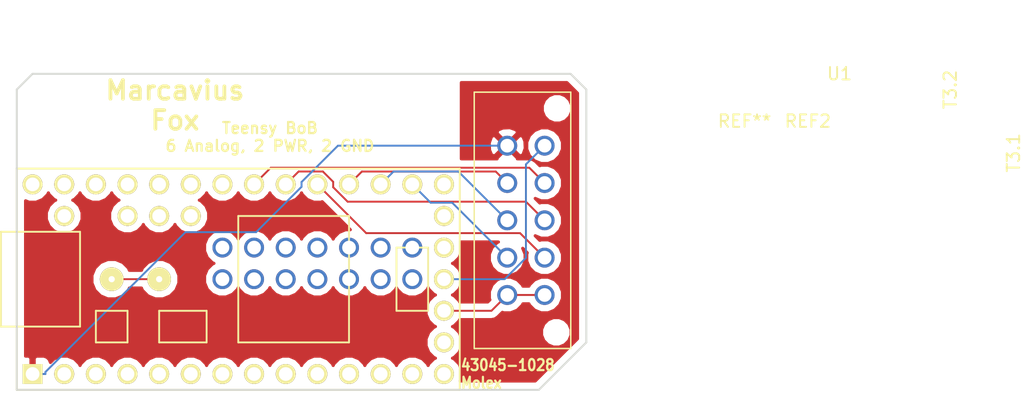
<source format=kicad_pcb>
(kicad_pcb (version 4) (host pcbnew 4.0.7)

  (general
    (links 11)
    (no_connects 0)
    (area 0 0 0 0)
    (thickness 1.6)
    (drawings 11)
    (tracks 38)
    (zones 0)
    (modules 4)
    (nets 53)
  )

  (page A4)
  (layers
    (0 F.Cu signal)
    (31 B.Cu signal)
    (32 B.Adhes user)
    (33 F.Adhes user)
    (34 B.Paste user)
    (35 F.Paste user)
    (36 B.SilkS user)
    (37 F.SilkS user)
    (38 B.Mask user)
    (39 F.Mask user)
    (40 Dwgs.User user)
    (41 Cmts.User user)
    (42 Eco1.User user)
    (43 Eco2.User user)
    (44 Edge.Cuts user)
    (45 Margin user)
    (46 B.CrtYd user)
    (47 F.CrtYd user)
    (48 B.Fab user)
    (49 F.Fab user)
  )

  (setup
    (last_trace_width 0.1524)
    (trace_clearance 0.1524)
    (zone_clearance 0.508)
    (zone_45_only no)
    (trace_min 0.1524)
    (segment_width 0.2)
    (edge_width 0.15)
    (via_size 0.6858)
    (via_drill 0.3302)
    (via_min_size 0.6858)
    (via_min_drill 0.3302)
    (uvia_size 0.6858)
    (uvia_drill 0.3302)
    (uvias_allowed no)
    (uvia_min_size 0)
    (uvia_min_drill 0)
    (pcb_text_width 0.3)
    (pcb_text_size 1.5 1.5)
    (mod_edge_width 0.15)
    (mod_text_size 1 1)
    (mod_text_width 0.15)
    (pad_size 1.524 1.524)
    (pad_drill 0.762)
    (pad_to_mask_clearance 0.2)
    (aux_axis_origin 0 0)
    (visible_elements FFFFFF7F)
    (pcbplotparams
      (layerselection 0x00030_80000001)
      (usegerberextensions false)
      (excludeedgelayer true)
      (linewidth 0.100000)
      (plotframeref false)
      (viasonmask false)
      (mode 1)
      (useauxorigin false)
      (hpglpennumber 1)
      (hpglpenspeed 20)
      (hpglpendiameter 15)
      (hpglpenoverlay 2)
      (psnegative false)
      (psa4output false)
      (plotreference true)
      (plotvalue true)
      (plotinvisibletext false)
      (padsonsilk false)
      (subtractmaskfromsilk false)
      (outputformat 1)
      (mirror false)
      (drillshape 1)
      (scaleselection 1)
      (outputdirectory ""))
  )

  (net 0 "")
  (net 1 "Net-(J1-Pad1)")
  (net 2 "Net-(J1-Pad2)")
  (net 3 "Net-(J1-Pad3)")
  (net 4 "Net-(J1-Pad4)")
  (net 5 "Net-(J1-Pad5)")
  (net 6 "Net-(J1-Pad7)")
  (net 7 "Net-(J1-Pad8)")
  (net 8 "Net-(J1-Pad9)")
  (net 9 "Net-(J1-Pad10)")
  (net 10 "Net-(U1-Pad18)")
  (net 11 "Net-(U1-Pad19)")
  (net 12 "Net-(U1-Pad20)")
  (net 13 "Net-(U1-Pad15)")
  (net 14 "Net-(U1-Pad14)")
  (net 15 "Net-(U1-Pad27)")
  (net 16 "Net-(U1-Pad28)")
  (net 17 "Net-(U1-Pad29)")
  (net 18 "Net-(U1-Pad30)")
  (net 19 "Net-(U1-Pad31)")
  (net 20 "Net-(U1-Pad32)")
  (net 21 "Net-(U1-Pad33)")
  (net 22 "Net-(U1-Pad34)")
  (net 23 "Net-(U1-Pad35)")
  (net 24 "Net-(U1-Pad36)")
  (net 25 "Net-(U1-Pad37)")
  (net 26 "Net-(U1-Pad13)")
  (net 27 "Net-(U1-Pad12)")
  (net 28 "Net-(U1-Pad11)")
  (net 29 "Net-(U1-Pad10)")
  (net 30 "Net-(U1-Pad9)")
  (net 31 "Net-(U1-Pad8)")
  (net 32 "Net-(U1-Pad7)")
  (net 33 "Net-(U1-Pad6)")
  (net 34 "Net-(U1-Pad5)")
  (net 35 "Net-(U1-Pad4)")
  (net 36 "Net-(U1-Pad3)")
  (net 37 "Net-(U1-Pad2)")
  (net 38 "Net-(U1-Pad38)")
  (net 39 "Net-(U1-Pad39)")
  (net 40 "Net-(U1-Pad40)")
  (net 41 "Net-(U1-Pad41)")
  (net 42 "Net-(U1-Pad42)")
  (net 43 "Net-(U1-Pad43)")
  (net 44 "Net-(U1-Pad44)")
  (net 45 "Net-(U1-Pad45)")
  (net 46 "Net-(U1-Pad46)")
  (net 47 "Net-(U1-Pad47)")
  (net 48 "Net-(U1-Pad48)")
  (net 49 "Net-(U1-Pad49)")
  (net 50 "Net-(U1-Pad50)")
  (net 51 "Net-(U1-Pad51)")
  (net 52 "Net-(U1-Pad52)")

  (net_class Default "This is the default net class."
    (clearance 0.1524)
    (trace_width 0.1524)
    (via_dia 0.6858)
    (via_drill 0.3302)
    (uvia_dia 0.6858)
    (uvia_drill 0.3302)
    (add_net "Net-(J1-Pad1)")
    (add_net "Net-(J1-Pad10)")
    (add_net "Net-(J1-Pad2)")
    (add_net "Net-(J1-Pad3)")
    (add_net "Net-(J1-Pad4)")
    (add_net "Net-(J1-Pad5)")
    (add_net "Net-(J1-Pad7)")
    (add_net "Net-(J1-Pad8)")
    (add_net "Net-(J1-Pad9)")
    (add_net "Net-(U1-Pad10)")
    (add_net "Net-(U1-Pad11)")
    (add_net "Net-(U1-Pad12)")
    (add_net "Net-(U1-Pad13)")
    (add_net "Net-(U1-Pad14)")
    (add_net "Net-(U1-Pad15)")
    (add_net "Net-(U1-Pad18)")
    (add_net "Net-(U1-Pad19)")
    (add_net "Net-(U1-Pad2)")
    (add_net "Net-(U1-Pad20)")
    (add_net "Net-(U1-Pad27)")
    (add_net "Net-(U1-Pad28)")
    (add_net "Net-(U1-Pad29)")
    (add_net "Net-(U1-Pad3)")
    (add_net "Net-(U1-Pad30)")
    (add_net "Net-(U1-Pad31)")
    (add_net "Net-(U1-Pad32)")
    (add_net "Net-(U1-Pad33)")
    (add_net "Net-(U1-Pad34)")
    (add_net "Net-(U1-Pad35)")
    (add_net "Net-(U1-Pad36)")
    (add_net "Net-(U1-Pad37)")
    (add_net "Net-(U1-Pad38)")
    (add_net "Net-(U1-Pad39)")
    (add_net "Net-(U1-Pad4)")
    (add_net "Net-(U1-Pad40)")
    (add_net "Net-(U1-Pad41)")
    (add_net "Net-(U1-Pad42)")
    (add_net "Net-(U1-Pad43)")
    (add_net "Net-(U1-Pad44)")
    (add_net "Net-(U1-Pad45)")
    (add_net "Net-(U1-Pad46)")
    (add_net "Net-(U1-Pad47)")
    (add_net "Net-(U1-Pad48)")
    (add_net "Net-(U1-Pad49)")
    (add_net "Net-(U1-Pad5)")
    (add_net "Net-(U1-Pad50)")
    (add_net "Net-(U1-Pad51)")
    (add_net "Net-(U1-Pad52)")
    (add_net "Net-(U1-Pad6)")
    (add_net "Net-(U1-Pad7)")
    (add_net "Net-(U1-Pad8)")
    (add_net "Net-(U1-Pad9)")
  )

  (module Connectors_Molex:Molex_Microfit3_Header_02x05_Straight_43045-1028 (layer F.Cu) (tedit 5A7BC720) (tstamp 5A7BC4DD)
    (at 193.04 100.33 270)
    (descr "Microfit3 Header Straight 02x05 43045-1028")
    (tags "connector Microfit 02x05 header straight 3mm")
    (path /5A7BC25F)
    (fp_text reference J1 (at -1.27 31.75 270) (layer F.SilkS)
      (effects (font (size 1 1) (thickness 0.15)))
    )
    (fp_text value Conn_02x05_Top_Bottom (at 0 -24.13 360) (layer F.Fab)
      (effects (font (size 1 1) (thickness 0.15)))
    )
    (fp_line (start 4.5 2.85) (end 4.5 -5.3) (layer F.CrtYd) (width 0.05))
    (fp_line (start 4.5 2.85) (end -16.5 2.85) (layer F.CrtYd) (width 0.05))
    (fp_line (start -16.5 2.85) (end -16.5 -5.3) (layer F.CrtYd) (width 0.05))
    (fp_line (start 4.5 -5.3) (end -16.5 -5.3) (layer F.CrtYd) (width 0.05))
    (fp_line (start 4.3 2.65) (end 4.3 -5.1) (layer F.SilkS) (width 0.12))
    (fp_line (start -16.3 2.65) (end -16.3 -5.1) (layer F.SilkS) (width 0.12))
    (fp_line (start 4.3 2.65) (end -16.3 2.65) (layer F.SilkS) (width 0.12))
    (fp_line (start 4.3 -5.1) (end -16.3 -5.1) (layer F.SilkS) (width 0.12))
    (pad "" np_thru_hole circle (at -15 -4 270) (size 1.1 1.1) (drill 1.1) (layers *.Cu *.Mask))
    (pad 1 thru_hole circle (at 0 0 270) (size 1.6 1.6) (drill 1.1) (layers *.Cu *.Mask)
      (net 1 "Net-(J1-Pad1)"))
    (pad 2 thru_hole circle (at -3 0 270) (size 1.6 1.6) (drill 1.1) (layers *.Cu *.Mask)
      (net 2 "Net-(J1-Pad2)"))
    (pad 3 thru_hole circle (at -6 0 270) (size 1.6 1.6) (drill 1.1) (layers *.Cu *.Mask)
      (net 3 "Net-(J1-Pad3)"))
    (pad 4 thru_hole circle (at -9 0 270) (size 1.6 1.6) (drill 1.1) (layers *.Cu *.Mask)
      (net 4 "Net-(J1-Pad4)"))
    (pad 5 thru_hole circle (at -12 0 270) (size 1.6 1.6) (drill 1.1) (layers *.Cu *.Mask)
      (net 5 "Net-(J1-Pad5)"))
    (pad 6 thru_hole circle (at 0 -3 270) (size 1.6 1.6) (drill 1.1) (layers *.Cu *.Mask)
      (net 1 "Net-(J1-Pad1)"))
    (pad 7 thru_hole circle (at -3 -3 270) (size 1.6 1.6) (drill 1.1) (layers *.Cu *.Mask)
      (net 6 "Net-(J1-Pad7)"))
    (pad 8 thru_hole circle (at -6 -3 270) (size 1.6 1.6) (drill 1.1) (layers *.Cu *.Mask)
      (net 7 "Net-(J1-Pad8)"))
    (pad 9 thru_hole circle (at -9 -3 270) (size 1.6 1.6) (drill 1.1) (layers *.Cu *.Mask)
      (net 8 "Net-(J1-Pad9)"))
    (pad 10 thru_hole circle (at -12 -3 270) (size 1.6 1.6) (drill 1.1) (layers *.Cu *.Mask)
      (net 9 "Net-(J1-Pad10)"))
    (pad "" np_thru_hole circle (at 3 -3.94 270) (size 1.1 1.1) (drill 1.1) (layers *.Cu *.Mask))
    (model ${KISYS3DMOD}/Connectors_Molex.3dshapes/Molex_Microfit3_Header_02x05_Straight_43045-1028.wrl
      (at (xyz 0 0 0))
      (scale (xyz 1 1 1))
      (rotate (xyz 0 0 0))
    )
  )

  (module Teensy_Footprints:Teensy30_31_32_LC (layer F.Cu) (tedit 5A7BC537) (tstamp 5A7BC516)
    (at 171.45 99.06)
    (path /5A7BC22D)
    (fp_text reference U1 (at 48.26 -16.51) (layer F.SilkS)
      (effects (font (size 1 1) (thickness 0.15)))
    )
    (fp_text value Teensy3.2 (at 58.42 -21.59) (layer F.Fab)
      (effects (font (size 1 1) (thickness 0.15)))
    )
    (fp_text user T3.2 (at 57.15 -15.24 90) (layer F.SilkS)
      (effects (font (size 1 1) (thickness 0.15)))
    )
    (fp_text user T3.1 (at 62.23 -10.16 90) (layer F.SilkS)
      (effects (font (size 1 1) (thickness 0.15)))
    )
    (fp_line (start -17.78 3.81) (end -19.05 3.81) (layer F.SilkS) (width 0.15))
    (fp_line (start -19.05 3.81) (end -19.05 -3.81) (layer F.SilkS) (width 0.15))
    (fp_line (start -19.05 -3.81) (end -17.78 -3.81) (layer F.SilkS) (width 0.15))
    (fp_line (start -6.35 5.08) (end -2.54 5.08) (layer F.SilkS) (width 0.15))
    (fp_line (start -2.54 5.08) (end -2.54 2.54) (layer F.SilkS) (width 0.15))
    (fp_line (start -2.54 2.54) (end -6.35 2.54) (layer F.SilkS) (width 0.15))
    (fp_line (start -6.35 2.54) (end -6.35 5.08) (layer F.SilkS) (width 0.15))
    (fp_line (start -12.7 3.81) (end -12.7 -3.81) (layer F.SilkS) (width 0.15))
    (fp_line (start -12.7 -3.81) (end -17.78 -3.81) (layer F.SilkS) (width 0.15))
    (fp_line (start -12.7 3.81) (end -17.78 3.81) (layer F.SilkS) (width 0.15))
    (fp_line (start -11.43 5.08) (end -8.89 5.08) (layer F.SilkS) (width 0.15))
    (fp_line (start -8.89 5.08) (end -8.89 2.54) (layer F.SilkS) (width 0.15))
    (fp_line (start -8.89 2.54) (end -11.43 2.54) (layer F.SilkS) (width 0.15))
    (fp_line (start -11.43 2.54) (end -11.43 5.08) (layer F.SilkS) (width 0.15))
    (fp_line (start 15.24 -2.54) (end 15.24 2.54) (layer F.SilkS) (width 0.15))
    (fp_line (start 15.24 2.54) (end 12.7 2.54) (layer F.SilkS) (width 0.15))
    (fp_line (start 12.7 2.54) (end 12.7 -2.54) (layer F.SilkS) (width 0.15))
    (fp_line (start 12.7 -2.54) (end 15.24 -2.54) (layer F.SilkS) (width 0.15))
    (fp_line (start 8.89 5.08) (end 8.89 -5.08) (layer F.SilkS) (width 0.15))
    (fp_line (start 0 -5.08) (end 0 5.08) (layer F.SilkS) (width 0.15))
    (fp_line (start 8.89 -5.08) (end 0 -5.08) (layer F.SilkS) (width 0.15))
    (fp_line (start 8.89 5.08) (end 0 5.08) (layer F.SilkS) (width 0.15))
    (fp_line (start -17.78 -8.89) (end 17.78 -8.89) (layer F.SilkS) (width 0.15))
    (fp_line (start 17.78 -8.89) (end 17.78 8.89) (layer F.SilkS) (width 0.15))
    (fp_line (start 17.78 8.89) (end -17.78 8.89) (layer F.SilkS) (width 0.15))
    (fp_line (start -17.78 8.89) (end -17.78 -8.89) (layer F.SilkS) (width 0.15))
    (pad 17 thru_hole circle (at 16.51 0) (size 1.6 1.6) (drill 1.1) (layers *.Cu *.Mask F.SilkS)
      (net 9 "Net-(J1-Pad10)"))
    (pad 18 thru_hole circle (at 16.51 -2.54) (size 1.6 1.6) (drill 1.1) (layers *.Cu *.Mask F.SilkS)
      (net 10 "Net-(U1-Pad18)"))
    (pad 19 thru_hole circle (at 16.51 -5.08) (size 1.6 1.6) (drill 1.1) (layers *.Cu *.Mask F.SilkS)
      (net 11 "Net-(U1-Pad19)"))
    (pad 20 thru_hole circle (at 16.51 -7.62) (size 1.6 1.6) (drill 1.1) (layers *.Cu *.Mask F.SilkS)
      (net 12 "Net-(U1-Pad20)"))
    (pad 16 thru_hole circle (at 16.51 2.54) (size 1.6 1.6) (drill 1.1) (layers *.Cu *.Mask F.SilkS)
      (net 1 "Net-(J1-Pad1)"))
    (pad 15 thru_hole circle (at 16.51 5.08) (size 1.6 1.6) (drill 1.1) (layers *.Cu *.Mask F.SilkS)
      (net 13 "Net-(U1-Pad15)"))
    (pad 14 thru_hole circle (at 16.51 7.62) (size 1.6 1.6) (drill 1.1) (layers *.Cu *.Mask F.SilkS)
      (net 14 "Net-(U1-Pad14)"))
    (pad 21 thru_hole circle (at 13.97 -7.62) (size 1.6 1.6) (drill 1.1) (layers *.Cu *.Mask F.SilkS)
      (net 2 "Net-(J1-Pad2)"))
    (pad 22 thru_hole circle (at 11.43 -7.62) (size 1.6 1.6) (drill 1.1) (layers *.Cu *.Mask F.SilkS)
      (net 3 "Net-(J1-Pad3)"))
    (pad 23 thru_hole circle (at 8.89 -7.62) (size 1.6 1.6) (drill 1.1) (layers *.Cu *.Mask F.SilkS)
      (net 4 "Net-(J1-Pad4)"))
    (pad 24 thru_hole circle (at 6.35 -7.62) (size 1.6 1.6) (drill 1.1) (layers *.Cu *.Mask F.SilkS)
      (net 6 "Net-(J1-Pad7)"))
    (pad 25 thru_hole circle (at 3.81 -7.62) (size 1.6 1.6) (drill 1.1) (layers *.Cu *.Mask F.SilkS)
      (net 7 "Net-(J1-Pad8)"))
    (pad 26 thru_hole circle (at 1.27 -7.62) (size 1.6 1.6) (drill 1.1) (layers *.Cu *.Mask F.SilkS)
      (net 8 "Net-(J1-Pad9)"))
    (pad 27 thru_hole circle (at -1.27 -7.62) (size 1.6 1.6) (drill 1.1) (layers *.Cu *.Mask F.SilkS)
      (net 15 "Net-(U1-Pad27)"))
    (pad 28 thru_hole circle (at -3.81 -7.62) (size 1.6 1.6) (drill 1.1) (layers *.Cu *.Mask F.SilkS)
      (net 16 "Net-(U1-Pad28)"))
    (pad 29 thru_hole circle (at -6.35 -7.62) (size 1.6 1.6) (drill 1.1) (layers *.Cu *.Mask F.SilkS)
      (net 17 "Net-(U1-Pad29)"))
    (pad 30 thru_hole circle (at -8.89 -7.62) (size 1.6 1.6) (drill 1.1) (layers *.Cu *.Mask F.SilkS)
      (net 18 "Net-(U1-Pad30)"))
    (pad 31 thru_hole circle (at -11.43 -7.62) (size 1.6 1.6) (drill 1.1) (layers *.Cu *.Mask F.SilkS)
      (net 19 "Net-(U1-Pad31)"))
    (pad 32 thru_hole circle (at -13.97 -7.62) (size 1.6 1.6) (drill 1.1) (layers *.Cu *.Mask F.SilkS)
      (net 20 "Net-(U1-Pad32)"))
    (pad 33 thru_hole circle (at -16.51 -7.62) (size 1.6 1.6) (drill 1.1) (layers *.Cu *.Mask F.SilkS)
      (net 21 "Net-(U1-Pad33)"))
    (pad 34 thru_hole circle (at -13.97 -5.08) (size 1.6 1.6) (drill 1.1) (layers *.Cu *.Mask F.SilkS)
      (net 22 "Net-(U1-Pad34)"))
    (pad 35 thru_hole circle (at -8.89 -5.08) (size 1.6 1.6) (drill 1.1) (layers *.Cu *.Mask F.SilkS)
      (net 23 "Net-(U1-Pad35)"))
    (pad 36 thru_hole circle (at -6.35 -5.08) (size 1.6 1.6) (drill 1.1) (layers *.Cu *.Mask F.SilkS)
      (net 24 "Net-(U1-Pad36)"))
    (pad 37 thru_hole circle (at -3.81 -5.08) (size 1.6 1.6) (drill 1.1) (layers *.Cu *.Mask F.SilkS)
      (net 25 "Net-(U1-Pad37)"))
    (pad 13 thru_hole circle (at 13.97 7.62) (size 1.6 1.6) (drill 1.1) (layers *.Cu *.Mask F.SilkS)
      (net 26 "Net-(U1-Pad13)"))
    (pad 12 thru_hole circle (at 11.43 7.62) (size 1.6 1.6) (drill 1.1) (layers *.Cu *.Mask F.SilkS)
      (net 27 "Net-(U1-Pad12)"))
    (pad 11 thru_hole circle (at 8.89 7.62) (size 1.6 1.6) (drill 1.1) (layers *.Cu *.Mask F.SilkS)
      (net 28 "Net-(U1-Pad11)"))
    (pad 10 thru_hole circle (at 6.35 7.62) (size 1.6 1.6) (drill 1.1) (layers *.Cu *.Mask F.SilkS)
      (net 29 "Net-(U1-Pad10)"))
    (pad 9 thru_hole circle (at 3.81 7.62) (size 1.6 1.6) (drill 1.1) (layers *.Cu *.Mask F.SilkS)
      (net 30 "Net-(U1-Pad9)"))
    (pad 8 thru_hole circle (at 1.27 7.62) (size 1.6 1.6) (drill 1.1) (layers *.Cu *.Mask F.SilkS)
      (net 31 "Net-(U1-Pad8)"))
    (pad 7 thru_hole circle (at -1.27 7.62) (size 1.6 1.6) (drill 1.1) (layers *.Cu *.Mask F.SilkS)
      (net 32 "Net-(U1-Pad7)"))
    (pad 6 thru_hole circle (at -3.81 7.62) (size 1.6 1.6) (drill 1.1) (layers *.Cu *.Mask F.SilkS)
      (net 33 "Net-(U1-Pad6)"))
    (pad 5 thru_hole circle (at -6.35 7.62) (size 1.6 1.6) (drill 1.1) (layers *.Cu *.Mask F.SilkS)
      (net 34 "Net-(U1-Pad5)"))
    (pad 4 thru_hole circle (at -8.89 7.62) (size 1.6 1.6) (drill 1.1) (layers *.Cu *.Mask F.SilkS)
      (net 35 "Net-(U1-Pad4)"))
    (pad 3 thru_hole circle (at -11.43 7.62) (size 1.6 1.6) (drill 1.1) (layers *.Cu *.Mask F.SilkS)
      (net 36 "Net-(U1-Pad3)"))
    (pad 2 thru_hole circle (at -13.97 7.62) (size 1.6 1.6) (drill 1.1) (layers *.Cu *.Mask F.SilkS)
      (net 37 "Net-(U1-Pad2)"))
    (pad 1 thru_hole rect (at -16.51 7.62) (size 1.6 1.6) (drill 1.1) (layers *.Cu *.Mask F.SilkS)
      (net 5 "Net-(J1-Pad5)"))
    (pad 38 thru_hole circle (at -1.27 0) (size 1.6 1.6) (drill 1.1) (layers *.Cu *.Mask)
      (net 38 "Net-(U1-Pad38)"))
    (pad 39 thru_hole circle (at 1.27 0) (size 1.6 1.6) (drill 1.1) (layers *.Cu *.Mask)
      (net 39 "Net-(U1-Pad39)"))
    (pad 40 thru_hole circle (at 3.81 0) (size 1.6 1.6) (drill 1.1) (layers *.Cu *.Mask)
      (net 40 "Net-(U1-Pad40)"))
    (pad 41 thru_hole circle (at 6.35 0) (size 1.6 1.6) (drill 1.1) (layers *.Cu *.Mask)
      (net 41 "Net-(U1-Pad41)"))
    (pad 42 thru_hole circle (at 8.89 0) (size 1.6 1.6) (drill 1.1) (layers *.Cu *.Mask)
      (net 42 "Net-(U1-Pad42)"))
    (pad 43 thru_hole circle (at 11.43 0) (size 1.6 1.6) (drill 1.1) (layers *.Cu *.Mask)
      (net 43 "Net-(U1-Pad43)"))
    (pad 44 thru_hole circle (at 13.97 0) (size 1.6 1.6) (drill 1.1) (layers *.Cu *.Mask)
      (net 44 "Net-(U1-Pad44)"))
    (pad 45 thru_hole circle (at 13.97 -2.54) (size 1.6 1.6) (drill 1.1) (layers *.Cu *.Mask)
      (net 45 "Net-(U1-Pad45)"))
    (pad 46 thru_hole circle (at 11.43 -2.54) (size 1.6 1.6) (drill 1.1) (layers *.Cu *.Mask)
      (net 46 "Net-(U1-Pad46)"))
    (pad 47 thru_hole circle (at 8.89 -2.54) (size 1.6 1.6) (drill 1.1) (layers *.Cu *.Mask)
      (net 47 "Net-(U1-Pad47)"))
    (pad 48 thru_hole circle (at 6.35 -2.54) (size 1.6 1.6) (drill 1.1) (layers *.Cu *.Mask)
      (net 48 "Net-(U1-Pad48)"))
    (pad 49 thru_hole circle (at 3.81 -2.54) (size 1.6 1.6) (drill 1.1) (layers *.Cu *.Mask)
      (net 49 "Net-(U1-Pad49)"))
    (pad 50 thru_hole circle (at 1.27 -2.54) (size 1.6 1.6) (drill 1.1) (layers *.Cu *.Mask)
      (net 50 "Net-(U1-Pad50)"))
    (pad 51 thru_hole circle (at -1.27 -2.54) (size 1.6 1.6) (drill 1.1) (layers *.Cu *.Mask)
      (net 51 "Net-(U1-Pad51)"))
    (pad 52 thru_hole circle (at -6.35 0) (size 1.9 1.9) (drill 0.5) (layers *.Cu *.Mask F.SilkS)
      (net 52 "Net-(U1-Pad52)"))
    (pad 52 thru_hole circle (at -10.16 0) (size 1.9 1.9) (drill 0.5) (layers *.Cu *.Mask F.SilkS)
      (net 52 "Net-(U1-Pad52)"))
  )

  (module Mounting_Holes:MountingHole_3.2mm_M3 (layer F.Cu) (tedit 5A7BC9CA) (tstamp 5A7BC708)
    (at 157.48 86.36)
    (descr "Mounting Hole 3.2mm, no annular, M3")
    (tags "mounting hole 3.2mm no annular m3")
    (attr virtual)
    (fp_text reference REF** (at 54.61 0) (layer F.SilkS)
      (effects (font (size 1 1) (thickness 0.15)))
    )
    (fp_text value MountingHole_3.2mm_M3 (at 62.23 10.16) (layer F.Fab)
      (effects (font (size 1 1) (thickness 0.15)))
    )
    (fp_text user %R (at 48.26 -2.54) (layer F.Fab)
      (effects (font (size 1 1) (thickness 0.15)))
    )
    (fp_circle (center 0 0) (end 3.2 0) (layer Cmts.User) (width 0.15))
    (fp_circle (center 0 0) (end 3.45 0) (layer F.CrtYd) (width 0.05))
    (pad 1 np_thru_hole circle (at 0 0) (size 3.2 3.2) (drill 3.2) (layers *.Cu *.Mask))
  )

  (module Mounting_Holes:MountingHole_3.2mm_M3 (layer F.Cu) (tedit 5A7BC9C0) (tstamp 5A7BC709)
    (at 185.42 86.36)
    (descr "Mounting Hole 3.2mm, no annular, M3")
    (tags "mounting hole 3.2mm no annular m3")
    (attr virtual)
    (fp_text reference REF2 (at 31.75 0) (layer F.SilkS)
      (effects (font (size 1 1) (thickness 0.15)))
    )
    (fp_text value MountingHole_3.2mm_M3 (at 31.75 6.35) (layer F.Fab)
      (effects (font (size 1 1) (thickness 0.15)))
    )
    (fp_text user %R (at 0 0) (layer F.Fab)
      (effects (font (size 1 1) (thickness 0.15)))
    )
    (fp_circle (center 0 0) (end 3.2 0) (layer Cmts.User) (width 0.15))
    (fp_circle (center 0 0) (end 3.45 0) (layer F.CrtYd) (width 0.05))
    (pad 1 np_thru_hole circle (at 0 0) (size 3.2 3.2) (drill 3.2) (layers *.Cu *.Mask))
  )

  (gr_text "43045-1028\nMolex\n" (at 189.23 106.68) (layer F.SilkS)
    (effects (font (size 0.889 0.762) (thickness 0.1778)) (justify left))
  )
  (gr_text "Teensy BoB\n6 Analog, 2 PWR, 2 GND" (at 173.99 87.63) (layer F.SilkS)
    (effects (font (size 0.889 0.889) (thickness 0.1778)))
  )
  (gr_text "Marcavius\nFox" (at 166.37 85.09) (layer F.SilkS)
    (effects (font (size 1.5 1.5) (thickness 0.3)))
  )
  (gr_line (start 154.94 82.55) (end 198.12 82.55) (angle 90) (layer Edge.Cuts) (width 0.15))
  (gr_line (start 153.67 83.82) (end 154.94 82.55) (angle 90) (layer Edge.Cuts) (width 0.15))
  (gr_line (start 153.67 90.17) (end 153.67 83.82) (angle 90) (layer Edge.Cuts) (width 0.15))
  (gr_line (start 153.67 107.95) (end 153.67 90.17) (angle 90) (layer Edge.Cuts) (width 0.15))
  (gr_line (start 195.58 107.95) (end 153.67 107.95) (angle 90) (layer Edge.Cuts) (width 0.15))
  (gr_line (start 199.39 104.14) (end 195.58 107.95) (angle 90) (layer Edge.Cuts) (width 0.15))
  (gr_line (start 199.39 83.82) (end 199.39 104.14) (angle 90) (layer Edge.Cuts) (width 0.15))
  (gr_line (start 198.12 82.55) (end 199.39 83.82) (angle 90) (layer Edge.Cuts) (width 0.15))

  (segment (start 196.04 100.33) (end 193.04 100.33) (width 0.1524) (layer F.Cu) (net 1))
  (segment (start 191.77 101.6) (end 193.04 100.33) (width 0.1524) (layer F.Cu) (net 1))
  (segment (start 187.96 101.6) (end 191.77 101.6) (width 0.1524) (layer F.Cu) (net 1))
  (segment (start 188.6209 92.9109) (end 193.04 97.33) (width 0.1524) (layer B.Cu) (net 2))
  (segment (start 186.8909 92.9109) (end 188.6209 92.9109) (width 0.1524) (layer B.Cu) (net 2))
  (segment (start 185.42 91.44) (end 186.8909 92.9109) (width 0.1524) (layer B.Cu) (net 2))
  (segment (start 189.119 90.409) (end 193.04 94.33) (width 0.1524) (layer B.Cu) (net 3))
  (segment (start 183.911 90.409) (end 189.119 90.409) (width 0.1524) (layer B.Cu) (net 3))
  (segment (start 182.88 91.44) (end 183.911 90.409) (width 0.1524) (layer B.Cu) (net 3))
  (segment (start 192.1174 90.4074) (end 193.04 91.33) (width 0.1524) (layer F.Cu) (net 4))
  (segment (start 181.3726 90.4074) (end 192.1174 90.4074) (width 0.1524) (layer F.Cu) (net 4))
  (segment (start 180.34 91.44) (end 181.3726 90.4074) (width 0.1524) (layer F.Cu) (net 4))
  (segment (start 155.9689 106.5227) (end 155.9689 106.68) (width 0.1524) (layer B.Cu) (net 5))
  (segment (start 167.2109 95.2807) (end 155.9689 106.5227) (width 0.1524) (layer B.Cu) (net 5))
  (segment (start 172.882 95.2807) (end 167.2109 95.2807) (width 0.1524) (layer B.Cu) (net 5))
  (segment (start 176.5301 91.6326) (end 172.882 95.2807) (width 0.1524) (layer B.Cu) (net 5))
  (segment (start 176.5301 91.2523) (end 176.5301 91.6326) (width 0.1524) (layer B.Cu) (net 5))
  (segment (start 179.4524 88.33) (end 176.5301 91.2523) (width 0.1524) (layer B.Cu) (net 5))
  (segment (start 193.04 88.33) (end 179.4524 88.33) (width 0.1524) (layer B.Cu) (net 5))
  (segment (start 154.94 106.68) (end 155.9689 106.68) (width 0.1524) (layer B.Cu) (net 5))
  (segment (start 194.069 95.359) (end 196.04 97.33) (width 0.1524) (layer F.Cu) (net 6))
  (segment (start 181.719 95.359) (end 194.069 95.359) (width 0.1524) (layer F.Cu) (net 6))
  (segment (start 177.8 91.44) (end 181.719 95.359) (width 0.1524) (layer F.Cu) (net 6))
  (segment (start 194.54 92.83) (end 196.04 94.33) (width 0.1524) (layer F.Cu) (net 7))
  (segment (start 180.229 92.83) (end 194.54 92.83) (width 0.1524) (layer F.Cu) (net 7))
  (segment (start 179.07 91.671) (end 180.229 92.83) (width 0.1524) (layer F.Cu) (net 7))
  (segment (start 179.07 91.2375) (end 179.07 91.671) (width 0.1524) (layer F.Cu) (net 7))
  (segment (start 178.2372 90.4047) (end 179.07 91.2375) (width 0.1524) (layer F.Cu) (net 7))
  (segment (start 176.2953 90.4047) (end 178.2372 90.4047) (width 0.1524) (layer F.Cu) (net 7))
  (segment (start 175.26 91.44) (end 176.2953 90.4047) (width 0.1524) (layer F.Cu) (net 7))
  (segment (start 194.8095 90.0995) (end 196.04 91.33) (width 0.1524) (layer F.Cu) (net 8))
  (segment (start 174.0605 90.0995) (end 194.8095 90.0995) (width 0.1524) (layer F.Cu) (net 8))
  (segment (start 172.72 91.44) (end 174.0605 90.0995) (width 0.1524) (layer F.Cu) (net 8))
  (segment (start 194.54 89.83) (end 196.04 88.33) (width 0.1524) (layer B.Cu) (net 9))
  (segment (start 194.54 97.3486) (end 194.54 89.83) (width 0.1524) (layer B.Cu) (net 9))
  (segment (start 192.8286 99.06) (end 194.54 97.3486) (width 0.1524) (layer B.Cu) (net 9))
  (segment (start 187.96 99.06) (end 192.8286 99.06) (width 0.1524) (layer B.Cu) (net 9))
  (segment (start 161.29 99.06) (end 165.1 99.06) (width 0.1524) (layer F.Cu) (net 52))

  (zone (net 5) (net_name "Net-(J1-Pad5)") (layer F.Cu) (tstamp 5A7BCB40) (hatch edge 0.508)
    (connect_pads (clearance 0.508))
    (min_thickness 0.254)
    (fill yes (arc_segments 16) (thermal_gap 0.508) (thermal_bridge_width 0.508))
    (polygon
      (pts
        (xy 199.39 83.82) (xy 199.39 104.14) (xy 195.58 107.95) (xy 153.67 107.95) (xy 153.67 90.17)
        (xy 189.23 90.17) (xy 189.23 82.55) (xy 198.12 82.55)
      )
    )
    (filled_polygon
      (pts
        (xy 198.68 84.114092) (xy 198.68 103.845908) (xy 195.285908 107.24) (xy 189.281262 107.24) (xy 189.39475 106.966691)
        (xy 189.395248 106.395813) (xy 189.177243 105.8682) (xy 188.773923 105.464176) (xy 188.643785 105.410138) (xy 188.7718 105.357243)
        (xy 189.175824 104.953923) (xy 189.39475 104.426691) (xy 189.395248 103.855813) (xy 189.274954 103.564677) (xy 195.794794 103.564677)
        (xy 195.97482 104.000372) (xy 196.307875 104.334009) (xy 196.743255 104.514794) (xy 197.214677 104.515206) (xy 197.650372 104.33518)
        (xy 197.984009 104.002125) (xy 198.164794 103.566745) (xy 198.165206 103.095323) (xy 197.98518 102.659628) (xy 197.652125 102.325991)
        (xy 197.216745 102.145206) (xy 196.745323 102.144794) (xy 196.309628 102.32482) (xy 195.975991 102.657875) (xy 195.795206 103.093255)
        (xy 195.794794 103.564677) (xy 189.274954 103.564677) (xy 189.177243 103.3282) (xy 188.773923 102.924176) (xy 188.643785 102.870138)
        (xy 188.7718 102.817243) (xy 189.175824 102.413923) (xy 189.218478 102.3112) (xy 191.77 102.3112) (xy 192.042165 102.257063)
        (xy 192.272894 102.102894) (xy 192.652781 101.723007) (xy 192.753309 101.76475) (xy 193.324187 101.765248) (xy 193.8518 101.547243)
        (xy 194.255824 101.143923) (xy 194.298478 101.0412) (xy 194.78119 101.0412) (xy 194.822757 101.1418) (xy 195.226077 101.545824)
        (xy 195.753309 101.76475) (xy 196.324187 101.765248) (xy 196.8518 101.547243) (xy 197.255824 101.143923) (xy 197.47475 100.616691)
        (xy 197.475248 100.045813) (xy 197.257243 99.5182) (xy 196.853923 99.114176) (xy 196.326691 98.89525) (xy 195.755813 98.894752)
        (xy 195.2282 99.112757) (xy 194.824176 99.516077) (xy 194.781522 99.6188) (xy 194.29881 99.6188) (xy 194.257243 99.5182)
        (xy 193.853923 99.114176) (xy 193.326691 98.89525) (xy 192.755813 98.894752) (xy 192.2282 99.112757) (xy 191.824176 99.516077)
        (xy 191.60525 100.043309) (xy 191.604752 100.614187) (xy 191.647227 100.716985) (xy 191.475412 100.8888) (xy 189.21881 100.8888)
        (xy 189.177243 100.7882) (xy 188.773923 100.384176) (xy 188.643785 100.330138) (xy 188.7718 100.277243) (xy 189.175824 99.873923)
        (xy 189.39475 99.346691) (xy 189.395248 98.775813) (xy 189.177243 98.2482) (xy 188.773923 97.844176) (xy 188.643785 97.790138)
        (xy 188.7718 97.737243) (xy 189.175824 97.333923) (xy 189.39475 96.806691) (xy 189.395248 96.235813) (xy 189.326818 96.0702)
        (xy 192.331196 96.0702) (xy 192.2282 96.112757) (xy 191.824176 96.516077) (xy 191.60525 97.043309) (xy 191.604752 97.614187)
        (xy 191.822757 98.1418) (xy 192.226077 98.545824) (xy 192.753309 98.76475) (xy 193.324187 98.765248) (xy 193.8518 98.547243)
        (xy 194.255824 98.143923) (xy 194.47475 97.616691) (xy 194.475248 97.045813) (xy 194.281769 96.577557) (xy 194.646993 96.942781)
        (xy 194.60525 97.043309) (xy 194.604752 97.614187) (xy 194.822757 98.1418) (xy 195.226077 98.545824) (xy 195.753309 98.76475)
        (xy 196.324187 98.765248) (xy 196.8518 98.547243) (xy 197.255824 98.143923) (xy 197.47475 97.616691) (xy 197.475248 97.045813)
        (xy 197.257243 96.5182) (xy 196.853923 96.114176) (xy 196.326691 95.89525) (xy 195.755813 95.894752) (xy 195.653015 95.937227)
        (xy 195.286845 95.571057) (xy 195.753309 95.76475) (xy 196.324187 95.765248) (xy 196.8518 95.547243) (xy 197.255824 95.143923)
        (xy 197.47475 94.616691) (xy 197.475248 94.045813) (xy 197.257243 93.5182) (xy 196.853923 93.114176) (xy 196.326691 92.89525)
        (xy 195.755813 92.894752) (xy 195.653015 92.937227) (xy 195.286845 92.571057) (xy 195.753309 92.76475) (xy 196.324187 92.765248)
        (xy 196.8518 92.547243) (xy 197.255824 92.143923) (xy 197.47475 91.616691) (xy 197.475248 91.045813) (xy 197.257243 90.5182)
        (xy 196.853923 90.114176) (xy 196.326691 89.89525) (xy 195.755813 89.894752) (xy 195.653015 89.937227) (xy 195.312394 89.596606)
        (xy 195.25333 89.55714) (xy 195.753309 89.76475) (xy 196.324187 89.765248) (xy 196.8518 89.547243) (xy 197.255824 89.143923)
        (xy 197.47475 88.616691) (xy 197.475248 88.045813) (xy 197.257243 87.5182) (xy 196.853923 87.114176) (xy 196.326691 86.89525)
        (xy 195.755813 86.894752) (xy 195.2282 87.112757) (xy 194.824176 87.516077) (xy 194.60525 88.043309) (xy 194.604752 88.614187)
        (xy 194.822757 89.1418) (xy 195.205411 89.525122) (xy 195.081665 89.442437) (xy 194.8095 89.3883) (xy 193.852911 89.3883)
        (xy 193.868139 89.337745) (xy 193.04 88.509605) (xy 192.211861 89.337745) (xy 192.227089 89.3883) (xy 189.357 89.3883)
        (xy 189.357 88.113223) (xy 191.593035 88.113223) (xy 191.620222 88.683454) (xy 191.786136 89.084005) (xy 192.032255 89.158139)
        (xy 192.860395 88.33) (xy 193.219605 88.33) (xy 194.047745 89.158139) (xy 194.293864 89.084005) (xy 194.486965 88.546777)
        (xy 194.459778 87.976546) (xy 194.293864 87.575995) (xy 194.047745 87.501861) (xy 193.219605 88.33) (xy 192.860395 88.33)
        (xy 192.032255 87.501861) (xy 191.786136 87.575995) (xy 191.593035 88.113223) (xy 189.357 88.113223) (xy 189.357 87.322255)
        (xy 192.211861 87.322255) (xy 193.04 88.150395) (xy 193.868139 87.322255) (xy 193.794005 87.076136) (xy 193.256777 86.883035)
        (xy 192.686546 86.910222) (xy 192.285995 87.076136) (xy 192.211861 87.322255) (xy 189.357 87.322255) (xy 189.357 85.564677)
        (xy 195.854794 85.564677) (xy 196.03482 86.000372) (xy 196.367875 86.334009) (xy 196.803255 86.514794) (xy 197.274677 86.515206)
        (xy 197.710372 86.33518) (xy 198.044009 86.002125) (xy 198.224794 85.566745) (xy 198.225206 85.095323) (xy 198.04518 84.659628)
        (xy 197.712125 84.325991) (xy 197.276745 84.145206) (xy 196.805323 84.144794) (xy 196.369628 84.32482) (xy 196.035991 84.657875)
        (xy 195.855206 85.093255) (xy 195.854794 85.564677) (xy 189.357 85.564677) (xy 189.357 83.26) (xy 197.825908 83.26)
      )
    )
    (filled_polygon
      (pts
        (xy 176.582757 92.2518) (xy 176.986077 92.655824) (xy 177.513309 92.87475) (xy 178.084187 92.875248) (xy 178.186985 92.832773)
        (xy 180.439299 95.085087) (xy 180.055813 95.084752) (xy 179.5282 95.302757) (xy 179.124176 95.706077) (xy 179.070138 95.836215)
        (xy 179.017243 95.7082) (xy 178.613923 95.304176) (xy 178.086691 95.08525) (xy 177.515813 95.084752) (xy 176.9882 95.302757)
        (xy 176.584176 95.706077) (xy 176.530138 95.836215) (xy 176.477243 95.7082) (xy 176.073923 95.304176) (xy 175.546691 95.08525)
        (xy 174.975813 95.084752) (xy 174.4482 95.302757) (xy 174.044176 95.706077) (xy 173.990138 95.836215) (xy 173.937243 95.7082)
        (xy 173.533923 95.304176) (xy 173.006691 95.08525) (xy 172.435813 95.084752) (xy 171.9082 95.302757) (xy 171.504176 95.706077)
        (xy 171.450138 95.836215) (xy 171.397243 95.7082) (xy 170.993923 95.304176) (xy 170.466691 95.08525) (xy 169.895813 95.084752)
        (xy 169.3682 95.302757) (xy 168.964176 95.706077) (xy 168.74525 96.233309) (xy 168.744752 96.804187) (xy 168.962757 97.3318)
        (xy 169.366077 97.735824) (xy 169.496215 97.789862) (xy 169.3682 97.842757) (xy 168.964176 98.246077) (xy 168.74525 98.773309)
        (xy 168.744752 99.344187) (xy 168.962757 99.8718) (xy 169.366077 100.275824) (xy 169.893309 100.49475) (xy 170.464187 100.495248)
        (xy 170.9918 100.277243) (xy 171.395824 99.873923) (xy 171.449862 99.743785) (xy 171.502757 99.8718) (xy 171.906077 100.275824)
        (xy 172.433309 100.49475) (xy 173.004187 100.495248) (xy 173.5318 100.277243) (xy 173.935824 99.873923) (xy 173.989862 99.743785)
        (xy 174.042757 99.8718) (xy 174.446077 100.275824) (xy 174.973309 100.49475) (xy 175.544187 100.495248) (xy 176.0718 100.277243)
        (xy 176.475824 99.873923) (xy 176.529862 99.743785) (xy 176.582757 99.8718) (xy 176.986077 100.275824) (xy 177.513309 100.49475)
        (xy 178.084187 100.495248) (xy 178.6118 100.277243) (xy 179.015824 99.873923) (xy 179.069862 99.743785) (xy 179.122757 99.8718)
        (xy 179.526077 100.275824) (xy 180.053309 100.49475) (xy 180.624187 100.495248) (xy 181.1518 100.277243) (xy 181.555824 99.873923)
        (xy 181.609862 99.743785) (xy 181.662757 99.8718) (xy 182.066077 100.275824) (xy 182.593309 100.49475) (xy 183.164187 100.495248)
        (xy 183.6918 100.277243) (xy 184.095824 99.873923) (xy 184.149862 99.743785) (xy 184.202757 99.8718) (xy 184.606077 100.275824)
        (xy 185.133309 100.49475) (xy 185.704187 100.495248) (xy 186.2318 100.277243) (xy 186.635824 99.873923) (xy 186.689862 99.743785)
        (xy 186.742757 99.8718) (xy 187.146077 100.275824) (xy 187.276215 100.329862) (xy 187.1482 100.382757) (xy 186.744176 100.786077)
        (xy 186.52525 101.313309) (xy 186.524752 101.884187) (xy 186.742757 102.4118) (xy 187.146077 102.815824) (xy 187.276215 102.869862)
        (xy 187.1482 102.922757) (xy 186.744176 103.326077) (xy 186.52525 103.853309) (xy 186.524752 104.424187) (xy 186.742757 104.9518)
        (xy 187.146077 105.355824) (xy 187.276215 105.409862) (xy 187.1482 105.462757) (xy 186.744176 105.866077) (xy 186.690138 105.996215)
        (xy 186.637243 105.8682) (xy 186.233923 105.464176) (xy 185.706691 105.24525) (xy 185.135813 105.244752) (xy 184.6082 105.462757)
        (xy 184.204176 105.866077) (xy 184.150138 105.996215) (xy 184.097243 105.8682) (xy 183.693923 105.464176) (xy 183.166691 105.24525)
        (xy 182.595813 105.244752) (xy 182.0682 105.462757) (xy 181.664176 105.866077) (xy 181.610138 105.996215) (xy 181.557243 105.8682)
        (xy 181.153923 105.464176) (xy 180.626691 105.24525) (xy 180.055813 105.244752) (xy 179.5282 105.462757) (xy 179.124176 105.866077)
        (xy 179.070138 105.996215) (xy 179.017243 105.8682) (xy 178.613923 105.464176) (xy 178.086691 105.24525) (xy 177.515813 105.244752)
        (xy 176.9882 105.462757) (xy 176.584176 105.866077) (xy 176.530138 105.996215) (xy 176.477243 105.8682) (xy 176.073923 105.464176)
        (xy 175.546691 105.24525) (xy 174.975813 105.244752) (xy 174.4482 105.462757) (xy 174.044176 105.866077) (xy 173.990138 105.996215)
        (xy 173.937243 105.8682) (xy 173.533923 105.464176) (xy 173.006691 105.24525) (xy 172.435813 105.244752) (xy 171.9082 105.462757)
        (xy 171.504176 105.866077) (xy 171.450138 105.996215) (xy 171.397243 105.8682) (xy 170.993923 105.464176) (xy 170.466691 105.24525)
        (xy 169.895813 105.244752) (xy 169.3682 105.462757) (xy 168.964176 105.866077) (xy 168.910138 105.996215) (xy 168.857243 105.8682)
        (xy 168.453923 105.464176) (xy 167.926691 105.24525) (xy 167.355813 105.244752) (xy 166.8282 105.462757) (xy 166.424176 105.866077)
        (xy 166.370138 105.996215) (xy 166.317243 105.8682) (xy 165.913923 105.464176) (xy 165.386691 105.24525) (xy 164.815813 105.244752)
        (xy 164.2882 105.462757) (xy 163.884176 105.866077) (xy 163.830138 105.996215) (xy 163.777243 105.8682) (xy 163.373923 105.464176)
        (xy 162.846691 105.24525) (xy 162.275813 105.244752) (xy 161.7482 105.462757) (xy 161.344176 105.866077) (xy 161.290138 105.996215)
        (xy 161.237243 105.8682) (xy 160.833923 105.464176) (xy 160.306691 105.24525) (xy 159.735813 105.244752) (xy 159.2082 105.462757)
        (xy 158.804176 105.866077) (xy 158.750138 105.996215) (xy 158.697243 105.8682) (xy 158.293923 105.464176) (xy 157.766691 105.24525)
        (xy 157.195813 105.244752) (xy 156.6682 105.462757) (xy 156.375 105.755446) (xy 156.375 105.75369) (xy 156.278327 105.520301)
        (xy 156.099698 105.341673) (xy 155.866309 105.245) (xy 155.22575 105.245) (xy 155.067 105.40375) (xy 155.067 106.553)
        (xy 155.087 106.553) (xy 155.087 106.807) (xy 155.067 106.807) (xy 155.067 106.827) (xy 154.813 106.827)
        (xy 154.813 106.807) (xy 154.793 106.807) (xy 154.793 106.553) (xy 154.813 106.553) (xy 154.813 105.40375)
        (xy 154.65425 105.245) (xy 154.38 105.245) (xy 154.38 99.373893) (xy 159.704725 99.373893) (xy 159.945519 99.956657)
        (xy 160.390997 100.402914) (xy 160.973341 100.644724) (xy 161.603893 100.645275) (xy 162.186657 100.404481) (xy 162.632914 99.959003)
        (xy 162.710897 99.7712) (xy 163.678889 99.7712) (xy 163.755519 99.956657) (xy 164.200997 100.402914) (xy 164.783341 100.644724)
        (xy 165.413893 100.645275) (xy 165.996657 100.404481) (xy 166.442914 99.959003) (xy 166.684724 99.376659) (xy 166.685275 98.746107)
        (xy 166.444481 98.163343) (xy 165.999003 97.717086) (xy 165.416659 97.475276) (xy 164.786107 97.474725) (xy 164.203343 97.715519)
        (xy 163.757086 98.160997) (xy 163.679103 98.3488) (xy 162.711111 98.3488) (xy 162.634481 98.163343) (xy 162.189003 97.717086)
        (xy 161.606659 97.475276) (xy 160.976107 97.474725) (xy 160.393343 97.715519) (xy 159.947086 98.160997) (xy 159.705276 98.743341)
        (xy 159.704725 99.373893) (xy 154.38 99.373893) (xy 154.38 92.761262) (xy 154.653309 92.87475) (xy 155.224187 92.875248)
        (xy 155.7518 92.657243) (xy 156.155824 92.253923) (xy 156.209862 92.123785) (xy 156.262757 92.2518) (xy 156.666077 92.655824)
        (xy 156.796215 92.709862) (xy 156.6682 92.762757) (xy 156.264176 93.166077) (xy 156.04525 93.693309) (xy 156.044752 94.264187)
        (xy 156.262757 94.7918) (xy 156.666077 95.195824) (xy 157.193309 95.41475) (xy 157.764187 95.415248) (xy 158.2918 95.197243)
        (xy 158.695824 94.793923) (xy 158.91475 94.266691) (xy 158.915248 93.695813) (xy 158.697243 93.1682) (xy 158.293923 92.764176)
        (xy 158.163785 92.710138) (xy 158.2918 92.657243) (xy 158.695824 92.253923) (xy 158.749862 92.123785) (xy 158.802757 92.2518)
        (xy 159.206077 92.655824) (xy 159.733309 92.87475) (xy 160.304187 92.875248) (xy 160.8318 92.657243) (xy 161.235824 92.253923)
        (xy 161.289862 92.123785) (xy 161.342757 92.2518) (xy 161.746077 92.655824) (xy 161.876215 92.709862) (xy 161.7482 92.762757)
        (xy 161.344176 93.166077) (xy 161.12525 93.693309) (xy 161.124752 94.264187) (xy 161.342757 94.7918) (xy 161.746077 95.195824)
        (xy 162.273309 95.41475) (xy 162.844187 95.415248) (xy 163.3718 95.197243) (xy 163.775824 94.793923) (xy 163.829862 94.663785)
        (xy 163.882757 94.7918) (xy 164.286077 95.195824) (xy 164.813309 95.41475) (xy 165.384187 95.415248) (xy 165.9118 95.197243)
        (xy 166.315824 94.793923) (xy 166.369862 94.663785) (xy 166.422757 94.7918) (xy 166.826077 95.195824) (xy 167.353309 95.41475)
        (xy 167.924187 95.415248) (xy 168.4518 95.197243) (xy 168.855824 94.793923) (xy 169.07475 94.266691) (xy 169.075248 93.695813)
        (xy 168.857243 93.1682) (xy 168.453923 92.764176) (xy 168.323785 92.710138) (xy 168.4518 92.657243) (xy 168.855824 92.253923)
        (xy 168.909862 92.123785) (xy 168.962757 92.2518) (xy 169.366077 92.655824) (xy 169.893309 92.87475) (xy 170.464187 92.875248)
        (xy 170.9918 92.657243) (xy 171.395824 92.253923) (xy 171.449862 92.123785) (xy 171.502757 92.2518) (xy 171.906077 92.655824)
        (xy 172.433309 92.87475) (xy 173.004187 92.875248) (xy 173.5318 92.657243) (xy 173.935824 92.253923) (xy 173.989862 92.123785)
        (xy 174.042757 92.2518) (xy 174.446077 92.655824) (xy 174.973309 92.87475) (xy 175.544187 92.875248) (xy 176.0718 92.657243)
        (xy 176.475824 92.253923) (xy 176.529862 92.123785)
      )
    )
  )
)

</source>
